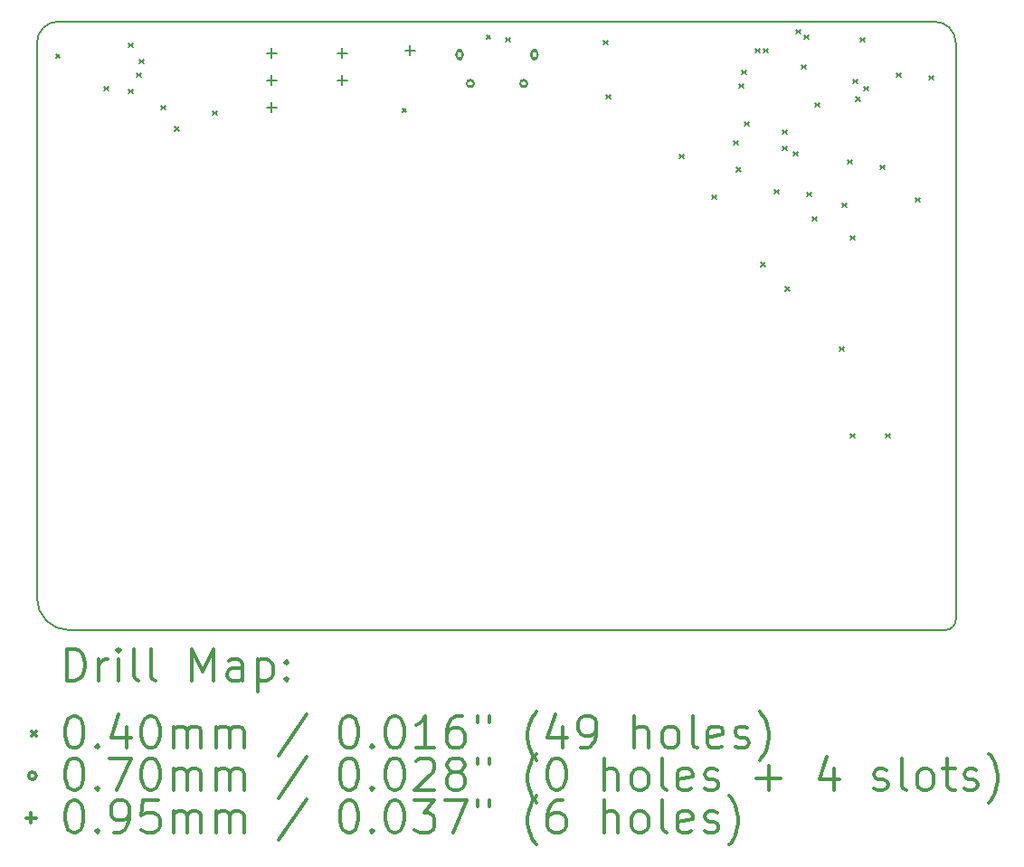
<source format=gbr>
%FSLAX45Y45*%
G04 Gerber Fmt 4.5, Leading zero omitted, Abs format (unit mm)*
G04 Created by KiCad (PCBNEW (5.0.1-3-g963ef8bb5)) date Friday, 07 December 2018 at 14:13:52*
%MOMM*%
%LPD*%
G01*
G04 APERTURE LIST*
%ADD10C,0.150000*%
%ADD11C,0.200000*%
%ADD12C,0.300000*%
G04 APERTURE END LIST*
D10*
X11924500Y-12519900D02*
G75*
G03X12224500Y-12819900I300000J0D01*
G01*
X20424500Y-12819900D02*
G75*
G03X20524500Y-12719900I0J100000D01*
G01*
X20424500Y-12819900D02*
X12224500Y-12819900D01*
X20524500Y-7319900D02*
X20524500Y-12719900D01*
X20324500Y-7119900D02*
X12124500Y-7119900D01*
X20524500Y-7319900D02*
G75*
G03X20324500Y-7119900I-200000J0D01*
G01*
X11924500Y-12519900D02*
X11924500Y-7319900D01*
X12124500Y-7119900D02*
G75*
G03X11924500Y-7319900I0J-200000D01*
G01*
D11*
X12100200Y-7422200D02*
X12140200Y-7462200D01*
X12140200Y-7422200D02*
X12100200Y-7462200D01*
X12553000Y-7727000D02*
X12593000Y-7767000D01*
X12593000Y-7727000D02*
X12553000Y-7767000D01*
X12781600Y-7320600D02*
X12821600Y-7360600D01*
X12821600Y-7320600D02*
X12781600Y-7360600D01*
X12781600Y-7752400D02*
X12821600Y-7792400D01*
X12821600Y-7752400D02*
X12781600Y-7792400D01*
X12857800Y-7600000D02*
X12897800Y-7640000D01*
X12897800Y-7600000D02*
X12857800Y-7640000D01*
X12883200Y-7473000D02*
X12923200Y-7513000D01*
X12923200Y-7473000D02*
X12883200Y-7513000D01*
X13086400Y-7904800D02*
X13126400Y-7944800D01*
X13126400Y-7904800D02*
X13086400Y-7944800D01*
X13213400Y-8103600D02*
X13253400Y-8143600D01*
X13253400Y-8103600D02*
X13213400Y-8143600D01*
X13569000Y-7955600D02*
X13609000Y-7995600D01*
X13609000Y-7955600D02*
X13569000Y-7995600D01*
X15343000Y-7930200D02*
X15383000Y-7970200D01*
X15383000Y-7930200D02*
X15343000Y-7970200D01*
X16130000Y-7245000D02*
X16170000Y-7285000D01*
X16170000Y-7245000D02*
X16130000Y-7285000D01*
X16312200Y-7269800D02*
X16352200Y-7309800D01*
X16352200Y-7269800D02*
X16312200Y-7309800D01*
X17226600Y-7295200D02*
X17266600Y-7335200D01*
X17266600Y-7295200D02*
X17226600Y-7335200D01*
X17252000Y-7803200D02*
X17292000Y-7843200D01*
X17292000Y-7803200D02*
X17252000Y-7843200D01*
X17937800Y-8362000D02*
X17977800Y-8402000D01*
X17977800Y-8362000D02*
X17937800Y-8402000D01*
X18242600Y-8743000D02*
X18282600Y-8783000D01*
X18282600Y-8743000D02*
X18242600Y-8783000D01*
X18445800Y-8235000D02*
X18485800Y-8275000D01*
X18485800Y-8235000D02*
X18445800Y-8275000D01*
X18471200Y-8484600D02*
X18511200Y-8524600D01*
X18511200Y-8484600D02*
X18471200Y-8524600D01*
X18496600Y-7701600D02*
X18536600Y-7741600D01*
X18536600Y-7701600D02*
X18496600Y-7741600D01*
X18522000Y-7574600D02*
X18562000Y-7614600D01*
X18562000Y-7574600D02*
X18522000Y-7614600D01*
X18547400Y-8057200D02*
X18587400Y-8097200D01*
X18587400Y-8057200D02*
X18547400Y-8097200D01*
X18649000Y-7371400D02*
X18689000Y-7411400D01*
X18689000Y-7371400D02*
X18649000Y-7411400D01*
X18701000Y-9376000D02*
X18741000Y-9416000D01*
X18741000Y-9376000D02*
X18701000Y-9416000D01*
X18725200Y-7371400D02*
X18765200Y-7411400D01*
X18765200Y-7371400D02*
X18725200Y-7411400D01*
X18826800Y-8692200D02*
X18866800Y-8732200D01*
X18866800Y-8692200D02*
X18826800Y-8732200D01*
X18903000Y-8133400D02*
X18943000Y-8173400D01*
X18943000Y-8133400D02*
X18903000Y-8173400D01*
X18903000Y-8285800D02*
X18943000Y-8325800D01*
X18943000Y-8285800D02*
X18903000Y-8325800D01*
X18930000Y-9603000D02*
X18970000Y-9643000D01*
X18970000Y-9603000D02*
X18930000Y-9643000D01*
X19004600Y-8336600D02*
X19044600Y-8376600D01*
X19044600Y-8336600D02*
X19004600Y-8376600D01*
X19030000Y-7193600D02*
X19070000Y-7233600D01*
X19070000Y-7193600D02*
X19030000Y-7233600D01*
X19080800Y-7523800D02*
X19120800Y-7563800D01*
X19120800Y-7523800D02*
X19080800Y-7563800D01*
X19106200Y-7244400D02*
X19146200Y-7284400D01*
X19146200Y-7244400D02*
X19106200Y-7284400D01*
X19131600Y-8717600D02*
X19171600Y-8757600D01*
X19171600Y-8717600D02*
X19131600Y-8757600D01*
X19182400Y-8946200D02*
X19222400Y-8986200D01*
X19222400Y-8946200D02*
X19182400Y-8986200D01*
X19207800Y-7879400D02*
X19247800Y-7919400D01*
X19247800Y-7879400D02*
X19207800Y-7919400D01*
X19436400Y-10165400D02*
X19476400Y-10205400D01*
X19476400Y-10165400D02*
X19436400Y-10205400D01*
X19461800Y-8819200D02*
X19501800Y-8859200D01*
X19501800Y-8819200D02*
X19461800Y-8859200D01*
X19512600Y-8412800D02*
X19552600Y-8452800D01*
X19552600Y-8412800D02*
X19512600Y-8452800D01*
X19538000Y-9124000D02*
X19578000Y-9164000D01*
X19578000Y-9124000D02*
X19538000Y-9164000D01*
X19538000Y-10978200D02*
X19578000Y-11018200D01*
X19578000Y-10978200D02*
X19538000Y-11018200D01*
X19563400Y-7661000D02*
X19603400Y-7701000D01*
X19603400Y-7661000D02*
X19563400Y-7701000D01*
X19588800Y-7824200D02*
X19628800Y-7864200D01*
X19628800Y-7824200D02*
X19588800Y-7864200D01*
X19633200Y-7269800D02*
X19673200Y-7309800D01*
X19673200Y-7269800D02*
X19633200Y-7309800D01*
X19665000Y-7727000D02*
X19705000Y-7767000D01*
X19705000Y-7727000D02*
X19665000Y-7767000D01*
X19817400Y-8463600D02*
X19857400Y-8503600D01*
X19857400Y-8463600D02*
X19817400Y-8503600D01*
X19868200Y-10978200D02*
X19908200Y-11018200D01*
X19908200Y-10978200D02*
X19868200Y-11018200D01*
X19969800Y-7600000D02*
X20009800Y-7640000D01*
X20009800Y-7600000D02*
X19969800Y-7640000D01*
X20147600Y-8768400D02*
X20187600Y-8808400D01*
X20187600Y-8768400D02*
X20147600Y-8808400D01*
X20274600Y-7625400D02*
X20314600Y-7665400D01*
X20314600Y-7625400D02*
X20274600Y-7665400D01*
X15915510Y-7430054D02*
G75*
G03X15915510Y-7430054I-35000J0D01*
G01*
X15855510Y-7407554D02*
X15855510Y-7452554D01*
X15905510Y-7407554D02*
X15905510Y-7452554D01*
X15855510Y-7452554D02*
G75*
G03X15905510Y-7452554I25000J0D01*
G01*
X15905510Y-7407554D02*
G75*
G03X15855510Y-7407554I-25000J0D01*
G01*
X16015510Y-7700054D02*
G75*
G03X16015510Y-7700054I-35000J0D01*
G01*
X15988010Y-7675054D02*
X15973010Y-7675054D01*
X15988010Y-7725054D02*
X15973010Y-7725054D01*
X15973010Y-7675054D02*
G75*
G03X15973010Y-7725054I0J-25000D01*
G01*
X15988010Y-7725054D02*
G75*
G03X15988010Y-7675054I0J25000D01*
G01*
X16515510Y-7700054D02*
G75*
G03X16515510Y-7700054I-35000J0D01*
G01*
X16488010Y-7675054D02*
X16473010Y-7675054D01*
X16488010Y-7725054D02*
X16473010Y-7725054D01*
X16473010Y-7675054D02*
G75*
G03X16473010Y-7725054I0J-25000D01*
G01*
X16488010Y-7725054D02*
G75*
G03X16488010Y-7675054I0J25000D01*
G01*
X16615510Y-7430054D02*
G75*
G03X16615510Y-7430054I-35000J0D01*
G01*
X16555510Y-7407554D02*
X16555510Y-7452554D01*
X16605510Y-7407554D02*
X16605510Y-7452554D01*
X16555510Y-7452554D02*
G75*
G03X16605510Y-7452554I25000J0D01*
G01*
X16605510Y-7407554D02*
G75*
G03X16555510Y-7407554I-25000J0D01*
G01*
X14782800Y-7369300D02*
X14782800Y-7464300D01*
X14735300Y-7416800D02*
X14830300Y-7416800D01*
X14782800Y-7623300D02*
X14782800Y-7718300D01*
X14735300Y-7670800D02*
X14830300Y-7670800D01*
X14122400Y-7369300D02*
X14122400Y-7464300D01*
X14074900Y-7416800D02*
X14169900Y-7416800D01*
X14122400Y-7623300D02*
X14122400Y-7718300D01*
X14074900Y-7670800D02*
X14169900Y-7670800D01*
X14122400Y-7877300D02*
X14122400Y-7972300D01*
X14074900Y-7924800D02*
X14169900Y-7924800D01*
X15417800Y-7343900D02*
X15417800Y-7438900D01*
X15370300Y-7391400D02*
X15465300Y-7391400D01*
D12*
X12203428Y-13293114D02*
X12203428Y-12993114D01*
X12274857Y-12993114D01*
X12317714Y-13007400D01*
X12346286Y-13035971D01*
X12360571Y-13064543D01*
X12374857Y-13121686D01*
X12374857Y-13164543D01*
X12360571Y-13221686D01*
X12346286Y-13250257D01*
X12317714Y-13278829D01*
X12274857Y-13293114D01*
X12203428Y-13293114D01*
X12503428Y-13293114D02*
X12503428Y-13093114D01*
X12503428Y-13150257D02*
X12517714Y-13121686D01*
X12532000Y-13107400D01*
X12560571Y-13093114D01*
X12589143Y-13093114D01*
X12689143Y-13293114D02*
X12689143Y-13093114D01*
X12689143Y-12993114D02*
X12674857Y-13007400D01*
X12689143Y-13021686D01*
X12703428Y-13007400D01*
X12689143Y-12993114D01*
X12689143Y-13021686D01*
X12874857Y-13293114D02*
X12846286Y-13278829D01*
X12832000Y-13250257D01*
X12832000Y-12993114D01*
X13032000Y-13293114D02*
X13003428Y-13278829D01*
X12989143Y-13250257D01*
X12989143Y-12993114D01*
X13374857Y-13293114D02*
X13374857Y-12993114D01*
X13474857Y-13207400D01*
X13574857Y-12993114D01*
X13574857Y-13293114D01*
X13846286Y-13293114D02*
X13846286Y-13135971D01*
X13832000Y-13107400D01*
X13803428Y-13093114D01*
X13746286Y-13093114D01*
X13717714Y-13107400D01*
X13846286Y-13278829D02*
X13817714Y-13293114D01*
X13746286Y-13293114D01*
X13717714Y-13278829D01*
X13703428Y-13250257D01*
X13703428Y-13221686D01*
X13717714Y-13193114D01*
X13746286Y-13178829D01*
X13817714Y-13178829D01*
X13846286Y-13164543D01*
X13989143Y-13093114D02*
X13989143Y-13393114D01*
X13989143Y-13107400D02*
X14017714Y-13093114D01*
X14074857Y-13093114D01*
X14103428Y-13107400D01*
X14117714Y-13121686D01*
X14132000Y-13150257D01*
X14132000Y-13235971D01*
X14117714Y-13264543D01*
X14103428Y-13278829D01*
X14074857Y-13293114D01*
X14017714Y-13293114D01*
X13989143Y-13278829D01*
X14260571Y-13264543D02*
X14274857Y-13278829D01*
X14260571Y-13293114D01*
X14246286Y-13278829D01*
X14260571Y-13264543D01*
X14260571Y-13293114D01*
X14260571Y-13107400D02*
X14274857Y-13121686D01*
X14260571Y-13135971D01*
X14246286Y-13121686D01*
X14260571Y-13107400D01*
X14260571Y-13135971D01*
X11877000Y-13767400D02*
X11917000Y-13807400D01*
X11917000Y-13767400D02*
X11877000Y-13807400D01*
X12260571Y-13623114D02*
X12289143Y-13623114D01*
X12317714Y-13637400D01*
X12332000Y-13651686D01*
X12346286Y-13680257D01*
X12360571Y-13737400D01*
X12360571Y-13808829D01*
X12346286Y-13865971D01*
X12332000Y-13894543D01*
X12317714Y-13908829D01*
X12289143Y-13923114D01*
X12260571Y-13923114D01*
X12232000Y-13908829D01*
X12217714Y-13894543D01*
X12203428Y-13865971D01*
X12189143Y-13808829D01*
X12189143Y-13737400D01*
X12203428Y-13680257D01*
X12217714Y-13651686D01*
X12232000Y-13637400D01*
X12260571Y-13623114D01*
X12489143Y-13894543D02*
X12503428Y-13908829D01*
X12489143Y-13923114D01*
X12474857Y-13908829D01*
X12489143Y-13894543D01*
X12489143Y-13923114D01*
X12760571Y-13723114D02*
X12760571Y-13923114D01*
X12689143Y-13608829D02*
X12617714Y-13823114D01*
X12803428Y-13823114D01*
X12974857Y-13623114D02*
X13003428Y-13623114D01*
X13032000Y-13637400D01*
X13046286Y-13651686D01*
X13060571Y-13680257D01*
X13074857Y-13737400D01*
X13074857Y-13808829D01*
X13060571Y-13865971D01*
X13046286Y-13894543D01*
X13032000Y-13908829D01*
X13003428Y-13923114D01*
X12974857Y-13923114D01*
X12946286Y-13908829D01*
X12932000Y-13894543D01*
X12917714Y-13865971D01*
X12903428Y-13808829D01*
X12903428Y-13737400D01*
X12917714Y-13680257D01*
X12932000Y-13651686D01*
X12946286Y-13637400D01*
X12974857Y-13623114D01*
X13203428Y-13923114D02*
X13203428Y-13723114D01*
X13203428Y-13751686D02*
X13217714Y-13737400D01*
X13246286Y-13723114D01*
X13289143Y-13723114D01*
X13317714Y-13737400D01*
X13332000Y-13765971D01*
X13332000Y-13923114D01*
X13332000Y-13765971D02*
X13346286Y-13737400D01*
X13374857Y-13723114D01*
X13417714Y-13723114D01*
X13446286Y-13737400D01*
X13460571Y-13765971D01*
X13460571Y-13923114D01*
X13603428Y-13923114D02*
X13603428Y-13723114D01*
X13603428Y-13751686D02*
X13617714Y-13737400D01*
X13646286Y-13723114D01*
X13689143Y-13723114D01*
X13717714Y-13737400D01*
X13732000Y-13765971D01*
X13732000Y-13923114D01*
X13732000Y-13765971D02*
X13746286Y-13737400D01*
X13774857Y-13723114D01*
X13817714Y-13723114D01*
X13846286Y-13737400D01*
X13860571Y-13765971D01*
X13860571Y-13923114D01*
X14446286Y-13608829D02*
X14189143Y-13994543D01*
X14832000Y-13623114D02*
X14860571Y-13623114D01*
X14889143Y-13637400D01*
X14903428Y-13651686D01*
X14917714Y-13680257D01*
X14932000Y-13737400D01*
X14932000Y-13808829D01*
X14917714Y-13865971D01*
X14903428Y-13894543D01*
X14889143Y-13908829D01*
X14860571Y-13923114D01*
X14832000Y-13923114D01*
X14803428Y-13908829D01*
X14789143Y-13894543D01*
X14774857Y-13865971D01*
X14760571Y-13808829D01*
X14760571Y-13737400D01*
X14774857Y-13680257D01*
X14789143Y-13651686D01*
X14803428Y-13637400D01*
X14832000Y-13623114D01*
X15060571Y-13894543D02*
X15074857Y-13908829D01*
X15060571Y-13923114D01*
X15046286Y-13908829D01*
X15060571Y-13894543D01*
X15060571Y-13923114D01*
X15260571Y-13623114D02*
X15289143Y-13623114D01*
X15317714Y-13637400D01*
X15332000Y-13651686D01*
X15346286Y-13680257D01*
X15360571Y-13737400D01*
X15360571Y-13808829D01*
X15346286Y-13865971D01*
X15332000Y-13894543D01*
X15317714Y-13908829D01*
X15289143Y-13923114D01*
X15260571Y-13923114D01*
X15232000Y-13908829D01*
X15217714Y-13894543D01*
X15203428Y-13865971D01*
X15189143Y-13808829D01*
X15189143Y-13737400D01*
X15203428Y-13680257D01*
X15217714Y-13651686D01*
X15232000Y-13637400D01*
X15260571Y-13623114D01*
X15646286Y-13923114D02*
X15474857Y-13923114D01*
X15560571Y-13923114D02*
X15560571Y-13623114D01*
X15532000Y-13665971D01*
X15503428Y-13694543D01*
X15474857Y-13708829D01*
X15903428Y-13623114D02*
X15846286Y-13623114D01*
X15817714Y-13637400D01*
X15803428Y-13651686D01*
X15774857Y-13694543D01*
X15760571Y-13751686D01*
X15760571Y-13865971D01*
X15774857Y-13894543D01*
X15789143Y-13908829D01*
X15817714Y-13923114D01*
X15874857Y-13923114D01*
X15903428Y-13908829D01*
X15917714Y-13894543D01*
X15932000Y-13865971D01*
X15932000Y-13794543D01*
X15917714Y-13765971D01*
X15903428Y-13751686D01*
X15874857Y-13737400D01*
X15817714Y-13737400D01*
X15789143Y-13751686D01*
X15774857Y-13765971D01*
X15760571Y-13794543D01*
X16046286Y-13623114D02*
X16046286Y-13680257D01*
X16160571Y-13623114D02*
X16160571Y-13680257D01*
X16603428Y-14037400D02*
X16589143Y-14023114D01*
X16560571Y-13980257D01*
X16546286Y-13951686D01*
X16532000Y-13908829D01*
X16517714Y-13837400D01*
X16517714Y-13780257D01*
X16532000Y-13708829D01*
X16546286Y-13665971D01*
X16560571Y-13637400D01*
X16589143Y-13594543D01*
X16603428Y-13580257D01*
X16846286Y-13723114D02*
X16846286Y-13923114D01*
X16774857Y-13608829D02*
X16703428Y-13823114D01*
X16889143Y-13823114D01*
X17017714Y-13923114D02*
X17074857Y-13923114D01*
X17103428Y-13908829D01*
X17117714Y-13894543D01*
X17146286Y-13851686D01*
X17160571Y-13794543D01*
X17160571Y-13680257D01*
X17146286Y-13651686D01*
X17132000Y-13637400D01*
X17103428Y-13623114D01*
X17046286Y-13623114D01*
X17017714Y-13637400D01*
X17003428Y-13651686D01*
X16989143Y-13680257D01*
X16989143Y-13751686D01*
X17003428Y-13780257D01*
X17017714Y-13794543D01*
X17046286Y-13808829D01*
X17103428Y-13808829D01*
X17132000Y-13794543D01*
X17146286Y-13780257D01*
X17160571Y-13751686D01*
X17517714Y-13923114D02*
X17517714Y-13623114D01*
X17646286Y-13923114D02*
X17646286Y-13765971D01*
X17632000Y-13737400D01*
X17603428Y-13723114D01*
X17560571Y-13723114D01*
X17532000Y-13737400D01*
X17517714Y-13751686D01*
X17832000Y-13923114D02*
X17803428Y-13908829D01*
X17789143Y-13894543D01*
X17774857Y-13865971D01*
X17774857Y-13780257D01*
X17789143Y-13751686D01*
X17803428Y-13737400D01*
X17832000Y-13723114D01*
X17874857Y-13723114D01*
X17903428Y-13737400D01*
X17917714Y-13751686D01*
X17932000Y-13780257D01*
X17932000Y-13865971D01*
X17917714Y-13894543D01*
X17903428Y-13908829D01*
X17874857Y-13923114D01*
X17832000Y-13923114D01*
X18103428Y-13923114D02*
X18074857Y-13908829D01*
X18060571Y-13880257D01*
X18060571Y-13623114D01*
X18332000Y-13908829D02*
X18303428Y-13923114D01*
X18246286Y-13923114D01*
X18217714Y-13908829D01*
X18203428Y-13880257D01*
X18203428Y-13765971D01*
X18217714Y-13737400D01*
X18246286Y-13723114D01*
X18303428Y-13723114D01*
X18332000Y-13737400D01*
X18346286Y-13765971D01*
X18346286Y-13794543D01*
X18203428Y-13823114D01*
X18460571Y-13908829D02*
X18489143Y-13923114D01*
X18546286Y-13923114D01*
X18574857Y-13908829D01*
X18589143Y-13880257D01*
X18589143Y-13865971D01*
X18574857Y-13837400D01*
X18546286Y-13823114D01*
X18503428Y-13823114D01*
X18474857Y-13808829D01*
X18460571Y-13780257D01*
X18460571Y-13765971D01*
X18474857Y-13737400D01*
X18503428Y-13723114D01*
X18546286Y-13723114D01*
X18574857Y-13737400D01*
X18689143Y-14037400D02*
X18703428Y-14023114D01*
X18732000Y-13980257D01*
X18746286Y-13951686D01*
X18760571Y-13908829D01*
X18774857Y-13837400D01*
X18774857Y-13780257D01*
X18760571Y-13708829D01*
X18746286Y-13665971D01*
X18732000Y-13637400D01*
X18703428Y-13594543D01*
X18689143Y-13580257D01*
X11917000Y-14183400D02*
G75*
G03X11917000Y-14183400I-35000J0D01*
G01*
X12260571Y-14019114D02*
X12289143Y-14019114D01*
X12317714Y-14033400D01*
X12332000Y-14047686D01*
X12346286Y-14076257D01*
X12360571Y-14133400D01*
X12360571Y-14204829D01*
X12346286Y-14261971D01*
X12332000Y-14290543D01*
X12317714Y-14304829D01*
X12289143Y-14319114D01*
X12260571Y-14319114D01*
X12232000Y-14304829D01*
X12217714Y-14290543D01*
X12203428Y-14261971D01*
X12189143Y-14204829D01*
X12189143Y-14133400D01*
X12203428Y-14076257D01*
X12217714Y-14047686D01*
X12232000Y-14033400D01*
X12260571Y-14019114D01*
X12489143Y-14290543D02*
X12503428Y-14304829D01*
X12489143Y-14319114D01*
X12474857Y-14304829D01*
X12489143Y-14290543D01*
X12489143Y-14319114D01*
X12603428Y-14019114D02*
X12803428Y-14019114D01*
X12674857Y-14319114D01*
X12974857Y-14019114D02*
X13003428Y-14019114D01*
X13032000Y-14033400D01*
X13046286Y-14047686D01*
X13060571Y-14076257D01*
X13074857Y-14133400D01*
X13074857Y-14204829D01*
X13060571Y-14261971D01*
X13046286Y-14290543D01*
X13032000Y-14304829D01*
X13003428Y-14319114D01*
X12974857Y-14319114D01*
X12946286Y-14304829D01*
X12932000Y-14290543D01*
X12917714Y-14261971D01*
X12903428Y-14204829D01*
X12903428Y-14133400D01*
X12917714Y-14076257D01*
X12932000Y-14047686D01*
X12946286Y-14033400D01*
X12974857Y-14019114D01*
X13203428Y-14319114D02*
X13203428Y-14119114D01*
X13203428Y-14147686D02*
X13217714Y-14133400D01*
X13246286Y-14119114D01*
X13289143Y-14119114D01*
X13317714Y-14133400D01*
X13332000Y-14161971D01*
X13332000Y-14319114D01*
X13332000Y-14161971D02*
X13346286Y-14133400D01*
X13374857Y-14119114D01*
X13417714Y-14119114D01*
X13446286Y-14133400D01*
X13460571Y-14161971D01*
X13460571Y-14319114D01*
X13603428Y-14319114D02*
X13603428Y-14119114D01*
X13603428Y-14147686D02*
X13617714Y-14133400D01*
X13646286Y-14119114D01*
X13689143Y-14119114D01*
X13717714Y-14133400D01*
X13732000Y-14161971D01*
X13732000Y-14319114D01*
X13732000Y-14161971D02*
X13746286Y-14133400D01*
X13774857Y-14119114D01*
X13817714Y-14119114D01*
X13846286Y-14133400D01*
X13860571Y-14161971D01*
X13860571Y-14319114D01*
X14446286Y-14004829D02*
X14189143Y-14390543D01*
X14832000Y-14019114D02*
X14860571Y-14019114D01*
X14889143Y-14033400D01*
X14903428Y-14047686D01*
X14917714Y-14076257D01*
X14932000Y-14133400D01*
X14932000Y-14204829D01*
X14917714Y-14261971D01*
X14903428Y-14290543D01*
X14889143Y-14304829D01*
X14860571Y-14319114D01*
X14832000Y-14319114D01*
X14803428Y-14304829D01*
X14789143Y-14290543D01*
X14774857Y-14261971D01*
X14760571Y-14204829D01*
X14760571Y-14133400D01*
X14774857Y-14076257D01*
X14789143Y-14047686D01*
X14803428Y-14033400D01*
X14832000Y-14019114D01*
X15060571Y-14290543D02*
X15074857Y-14304829D01*
X15060571Y-14319114D01*
X15046286Y-14304829D01*
X15060571Y-14290543D01*
X15060571Y-14319114D01*
X15260571Y-14019114D02*
X15289143Y-14019114D01*
X15317714Y-14033400D01*
X15332000Y-14047686D01*
X15346286Y-14076257D01*
X15360571Y-14133400D01*
X15360571Y-14204829D01*
X15346286Y-14261971D01*
X15332000Y-14290543D01*
X15317714Y-14304829D01*
X15289143Y-14319114D01*
X15260571Y-14319114D01*
X15232000Y-14304829D01*
X15217714Y-14290543D01*
X15203428Y-14261971D01*
X15189143Y-14204829D01*
X15189143Y-14133400D01*
X15203428Y-14076257D01*
X15217714Y-14047686D01*
X15232000Y-14033400D01*
X15260571Y-14019114D01*
X15474857Y-14047686D02*
X15489143Y-14033400D01*
X15517714Y-14019114D01*
X15589143Y-14019114D01*
X15617714Y-14033400D01*
X15632000Y-14047686D01*
X15646286Y-14076257D01*
X15646286Y-14104829D01*
X15632000Y-14147686D01*
X15460571Y-14319114D01*
X15646286Y-14319114D01*
X15817714Y-14147686D02*
X15789143Y-14133400D01*
X15774857Y-14119114D01*
X15760571Y-14090543D01*
X15760571Y-14076257D01*
X15774857Y-14047686D01*
X15789143Y-14033400D01*
X15817714Y-14019114D01*
X15874857Y-14019114D01*
X15903428Y-14033400D01*
X15917714Y-14047686D01*
X15932000Y-14076257D01*
X15932000Y-14090543D01*
X15917714Y-14119114D01*
X15903428Y-14133400D01*
X15874857Y-14147686D01*
X15817714Y-14147686D01*
X15789143Y-14161971D01*
X15774857Y-14176257D01*
X15760571Y-14204829D01*
X15760571Y-14261971D01*
X15774857Y-14290543D01*
X15789143Y-14304829D01*
X15817714Y-14319114D01*
X15874857Y-14319114D01*
X15903428Y-14304829D01*
X15917714Y-14290543D01*
X15932000Y-14261971D01*
X15932000Y-14204829D01*
X15917714Y-14176257D01*
X15903428Y-14161971D01*
X15874857Y-14147686D01*
X16046286Y-14019114D02*
X16046286Y-14076257D01*
X16160571Y-14019114D02*
X16160571Y-14076257D01*
X16603428Y-14433400D02*
X16589143Y-14419114D01*
X16560571Y-14376257D01*
X16546286Y-14347686D01*
X16532000Y-14304829D01*
X16517714Y-14233400D01*
X16517714Y-14176257D01*
X16532000Y-14104829D01*
X16546286Y-14061971D01*
X16560571Y-14033400D01*
X16589143Y-13990543D01*
X16603428Y-13976257D01*
X16774857Y-14019114D02*
X16803428Y-14019114D01*
X16832000Y-14033400D01*
X16846286Y-14047686D01*
X16860571Y-14076257D01*
X16874857Y-14133400D01*
X16874857Y-14204829D01*
X16860571Y-14261971D01*
X16846286Y-14290543D01*
X16832000Y-14304829D01*
X16803428Y-14319114D01*
X16774857Y-14319114D01*
X16746286Y-14304829D01*
X16732000Y-14290543D01*
X16717714Y-14261971D01*
X16703428Y-14204829D01*
X16703428Y-14133400D01*
X16717714Y-14076257D01*
X16732000Y-14047686D01*
X16746286Y-14033400D01*
X16774857Y-14019114D01*
X17232000Y-14319114D02*
X17232000Y-14019114D01*
X17360571Y-14319114D02*
X17360571Y-14161971D01*
X17346286Y-14133400D01*
X17317714Y-14119114D01*
X17274857Y-14119114D01*
X17246286Y-14133400D01*
X17232000Y-14147686D01*
X17546286Y-14319114D02*
X17517714Y-14304829D01*
X17503428Y-14290543D01*
X17489143Y-14261971D01*
X17489143Y-14176257D01*
X17503428Y-14147686D01*
X17517714Y-14133400D01*
X17546286Y-14119114D01*
X17589143Y-14119114D01*
X17617714Y-14133400D01*
X17632000Y-14147686D01*
X17646286Y-14176257D01*
X17646286Y-14261971D01*
X17632000Y-14290543D01*
X17617714Y-14304829D01*
X17589143Y-14319114D01*
X17546286Y-14319114D01*
X17817714Y-14319114D02*
X17789143Y-14304829D01*
X17774857Y-14276257D01*
X17774857Y-14019114D01*
X18046286Y-14304829D02*
X18017714Y-14319114D01*
X17960571Y-14319114D01*
X17932000Y-14304829D01*
X17917714Y-14276257D01*
X17917714Y-14161971D01*
X17932000Y-14133400D01*
X17960571Y-14119114D01*
X18017714Y-14119114D01*
X18046286Y-14133400D01*
X18060571Y-14161971D01*
X18060571Y-14190543D01*
X17917714Y-14219114D01*
X18174857Y-14304829D02*
X18203428Y-14319114D01*
X18260571Y-14319114D01*
X18289143Y-14304829D01*
X18303428Y-14276257D01*
X18303428Y-14261971D01*
X18289143Y-14233400D01*
X18260571Y-14219114D01*
X18217714Y-14219114D01*
X18189143Y-14204829D01*
X18174857Y-14176257D01*
X18174857Y-14161971D01*
X18189143Y-14133400D01*
X18217714Y-14119114D01*
X18260571Y-14119114D01*
X18289143Y-14133400D01*
X18660571Y-14204829D02*
X18889143Y-14204829D01*
X18774857Y-14319114D02*
X18774857Y-14090543D01*
X19389143Y-14119114D02*
X19389143Y-14319114D01*
X19317714Y-14004829D02*
X19246286Y-14219114D01*
X19432000Y-14219114D01*
X19760571Y-14304829D02*
X19789143Y-14319114D01*
X19846286Y-14319114D01*
X19874857Y-14304829D01*
X19889143Y-14276257D01*
X19889143Y-14261971D01*
X19874857Y-14233400D01*
X19846286Y-14219114D01*
X19803428Y-14219114D01*
X19774857Y-14204829D01*
X19760571Y-14176257D01*
X19760571Y-14161971D01*
X19774857Y-14133400D01*
X19803428Y-14119114D01*
X19846286Y-14119114D01*
X19874857Y-14133400D01*
X20060571Y-14319114D02*
X20032000Y-14304829D01*
X20017714Y-14276257D01*
X20017714Y-14019114D01*
X20217714Y-14319114D02*
X20189143Y-14304829D01*
X20174857Y-14290543D01*
X20160571Y-14261971D01*
X20160571Y-14176257D01*
X20174857Y-14147686D01*
X20189143Y-14133400D01*
X20217714Y-14119114D01*
X20260571Y-14119114D01*
X20289143Y-14133400D01*
X20303428Y-14147686D01*
X20317714Y-14176257D01*
X20317714Y-14261971D01*
X20303428Y-14290543D01*
X20289143Y-14304829D01*
X20260571Y-14319114D01*
X20217714Y-14319114D01*
X20403428Y-14119114D02*
X20517714Y-14119114D01*
X20446286Y-14019114D02*
X20446286Y-14276257D01*
X20460571Y-14304829D01*
X20489143Y-14319114D01*
X20517714Y-14319114D01*
X20603428Y-14304829D02*
X20632000Y-14319114D01*
X20689143Y-14319114D01*
X20717714Y-14304829D01*
X20732000Y-14276257D01*
X20732000Y-14261971D01*
X20717714Y-14233400D01*
X20689143Y-14219114D01*
X20646286Y-14219114D01*
X20617714Y-14204829D01*
X20603428Y-14176257D01*
X20603428Y-14161971D01*
X20617714Y-14133400D01*
X20646286Y-14119114D01*
X20689143Y-14119114D01*
X20717714Y-14133400D01*
X20832000Y-14433400D02*
X20846286Y-14419114D01*
X20874857Y-14376257D01*
X20889143Y-14347686D01*
X20903428Y-14304829D01*
X20917714Y-14233400D01*
X20917714Y-14176257D01*
X20903428Y-14104829D01*
X20889143Y-14061971D01*
X20874857Y-14033400D01*
X20846286Y-13990543D01*
X20832000Y-13976257D01*
X11869500Y-14531900D02*
X11869500Y-14626900D01*
X11822000Y-14579400D02*
X11917000Y-14579400D01*
X12260571Y-14415114D02*
X12289143Y-14415114D01*
X12317714Y-14429400D01*
X12332000Y-14443686D01*
X12346286Y-14472257D01*
X12360571Y-14529400D01*
X12360571Y-14600829D01*
X12346286Y-14657971D01*
X12332000Y-14686543D01*
X12317714Y-14700829D01*
X12289143Y-14715114D01*
X12260571Y-14715114D01*
X12232000Y-14700829D01*
X12217714Y-14686543D01*
X12203428Y-14657971D01*
X12189143Y-14600829D01*
X12189143Y-14529400D01*
X12203428Y-14472257D01*
X12217714Y-14443686D01*
X12232000Y-14429400D01*
X12260571Y-14415114D01*
X12489143Y-14686543D02*
X12503428Y-14700829D01*
X12489143Y-14715114D01*
X12474857Y-14700829D01*
X12489143Y-14686543D01*
X12489143Y-14715114D01*
X12646286Y-14715114D02*
X12703428Y-14715114D01*
X12732000Y-14700829D01*
X12746286Y-14686543D01*
X12774857Y-14643686D01*
X12789143Y-14586543D01*
X12789143Y-14472257D01*
X12774857Y-14443686D01*
X12760571Y-14429400D01*
X12732000Y-14415114D01*
X12674857Y-14415114D01*
X12646286Y-14429400D01*
X12632000Y-14443686D01*
X12617714Y-14472257D01*
X12617714Y-14543686D01*
X12632000Y-14572257D01*
X12646286Y-14586543D01*
X12674857Y-14600829D01*
X12732000Y-14600829D01*
X12760571Y-14586543D01*
X12774857Y-14572257D01*
X12789143Y-14543686D01*
X13060571Y-14415114D02*
X12917714Y-14415114D01*
X12903428Y-14557971D01*
X12917714Y-14543686D01*
X12946286Y-14529400D01*
X13017714Y-14529400D01*
X13046286Y-14543686D01*
X13060571Y-14557971D01*
X13074857Y-14586543D01*
X13074857Y-14657971D01*
X13060571Y-14686543D01*
X13046286Y-14700829D01*
X13017714Y-14715114D01*
X12946286Y-14715114D01*
X12917714Y-14700829D01*
X12903428Y-14686543D01*
X13203428Y-14715114D02*
X13203428Y-14515114D01*
X13203428Y-14543686D02*
X13217714Y-14529400D01*
X13246286Y-14515114D01*
X13289143Y-14515114D01*
X13317714Y-14529400D01*
X13332000Y-14557971D01*
X13332000Y-14715114D01*
X13332000Y-14557971D02*
X13346286Y-14529400D01*
X13374857Y-14515114D01*
X13417714Y-14515114D01*
X13446286Y-14529400D01*
X13460571Y-14557971D01*
X13460571Y-14715114D01*
X13603428Y-14715114D02*
X13603428Y-14515114D01*
X13603428Y-14543686D02*
X13617714Y-14529400D01*
X13646286Y-14515114D01*
X13689143Y-14515114D01*
X13717714Y-14529400D01*
X13732000Y-14557971D01*
X13732000Y-14715114D01*
X13732000Y-14557971D02*
X13746286Y-14529400D01*
X13774857Y-14515114D01*
X13817714Y-14515114D01*
X13846286Y-14529400D01*
X13860571Y-14557971D01*
X13860571Y-14715114D01*
X14446286Y-14400829D02*
X14189143Y-14786543D01*
X14832000Y-14415114D02*
X14860571Y-14415114D01*
X14889143Y-14429400D01*
X14903428Y-14443686D01*
X14917714Y-14472257D01*
X14932000Y-14529400D01*
X14932000Y-14600829D01*
X14917714Y-14657971D01*
X14903428Y-14686543D01*
X14889143Y-14700829D01*
X14860571Y-14715114D01*
X14832000Y-14715114D01*
X14803428Y-14700829D01*
X14789143Y-14686543D01*
X14774857Y-14657971D01*
X14760571Y-14600829D01*
X14760571Y-14529400D01*
X14774857Y-14472257D01*
X14789143Y-14443686D01*
X14803428Y-14429400D01*
X14832000Y-14415114D01*
X15060571Y-14686543D02*
X15074857Y-14700829D01*
X15060571Y-14715114D01*
X15046286Y-14700829D01*
X15060571Y-14686543D01*
X15060571Y-14715114D01*
X15260571Y-14415114D02*
X15289143Y-14415114D01*
X15317714Y-14429400D01*
X15332000Y-14443686D01*
X15346286Y-14472257D01*
X15360571Y-14529400D01*
X15360571Y-14600829D01*
X15346286Y-14657971D01*
X15332000Y-14686543D01*
X15317714Y-14700829D01*
X15289143Y-14715114D01*
X15260571Y-14715114D01*
X15232000Y-14700829D01*
X15217714Y-14686543D01*
X15203428Y-14657971D01*
X15189143Y-14600829D01*
X15189143Y-14529400D01*
X15203428Y-14472257D01*
X15217714Y-14443686D01*
X15232000Y-14429400D01*
X15260571Y-14415114D01*
X15460571Y-14415114D02*
X15646286Y-14415114D01*
X15546286Y-14529400D01*
X15589143Y-14529400D01*
X15617714Y-14543686D01*
X15632000Y-14557971D01*
X15646286Y-14586543D01*
X15646286Y-14657971D01*
X15632000Y-14686543D01*
X15617714Y-14700829D01*
X15589143Y-14715114D01*
X15503428Y-14715114D01*
X15474857Y-14700829D01*
X15460571Y-14686543D01*
X15746286Y-14415114D02*
X15946286Y-14415114D01*
X15817714Y-14715114D01*
X16046286Y-14415114D02*
X16046286Y-14472257D01*
X16160571Y-14415114D02*
X16160571Y-14472257D01*
X16603428Y-14829400D02*
X16589143Y-14815114D01*
X16560571Y-14772257D01*
X16546286Y-14743686D01*
X16532000Y-14700829D01*
X16517714Y-14629400D01*
X16517714Y-14572257D01*
X16532000Y-14500829D01*
X16546286Y-14457971D01*
X16560571Y-14429400D01*
X16589143Y-14386543D01*
X16603428Y-14372257D01*
X16846286Y-14415114D02*
X16789143Y-14415114D01*
X16760571Y-14429400D01*
X16746286Y-14443686D01*
X16717714Y-14486543D01*
X16703428Y-14543686D01*
X16703428Y-14657971D01*
X16717714Y-14686543D01*
X16732000Y-14700829D01*
X16760571Y-14715114D01*
X16817714Y-14715114D01*
X16846286Y-14700829D01*
X16860571Y-14686543D01*
X16874857Y-14657971D01*
X16874857Y-14586543D01*
X16860571Y-14557971D01*
X16846286Y-14543686D01*
X16817714Y-14529400D01*
X16760571Y-14529400D01*
X16732000Y-14543686D01*
X16717714Y-14557971D01*
X16703428Y-14586543D01*
X17232000Y-14715114D02*
X17232000Y-14415114D01*
X17360571Y-14715114D02*
X17360571Y-14557971D01*
X17346286Y-14529400D01*
X17317714Y-14515114D01*
X17274857Y-14515114D01*
X17246286Y-14529400D01*
X17232000Y-14543686D01*
X17546286Y-14715114D02*
X17517714Y-14700829D01*
X17503428Y-14686543D01*
X17489143Y-14657971D01*
X17489143Y-14572257D01*
X17503428Y-14543686D01*
X17517714Y-14529400D01*
X17546286Y-14515114D01*
X17589143Y-14515114D01*
X17617714Y-14529400D01*
X17632000Y-14543686D01*
X17646286Y-14572257D01*
X17646286Y-14657971D01*
X17632000Y-14686543D01*
X17617714Y-14700829D01*
X17589143Y-14715114D01*
X17546286Y-14715114D01*
X17817714Y-14715114D02*
X17789143Y-14700829D01*
X17774857Y-14672257D01*
X17774857Y-14415114D01*
X18046286Y-14700829D02*
X18017714Y-14715114D01*
X17960571Y-14715114D01*
X17932000Y-14700829D01*
X17917714Y-14672257D01*
X17917714Y-14557971D01*
X17932000Y-14529400D01*
X17960571Y-14515114D01*
X18017714Y-14515114D01*
X18046286Y-14529400D01*
X18060571Y-14557971D01*
X18060571Y-14586543D01*
X17917714Y-14615114D01*
X18174857Y-14700829D02*
X18203428Y-14715114D01*
X18260571Y-14715114D01*
X18289143Y-14700829D01*
X18303428Y-14672257D01*
X18303428Y-14657971D01*
X18289143Y-14629400D01*
X18260571Y-14615114D01*
X18217714Y-14615114D01*
X18189143Y-14600829D01*
X18174857Y-14572257D01*
X18174857Y-14557971D01*
X18189143Y-14529400D01*
X18217714Y-14515114D01*
X18260571Y-14515114D01*
X18289143Y-14529400D01*
X18403428Y-14829400D02*
X18417714Y-14815114D01*
X18446286Y-14772257D01*
X18460571Y-14743686D01*
X18474857Y-14700829D01*
X18489143Y-14629400D01*
X18489143Y-14572257D01*
X18474857Y-14500829D01*
X18460571Y-14457971D01*
X18446286Y-14429400D01*
X18417714Y-14386543D01*
X18403428Y-14372257D01*
M02*

</source>
